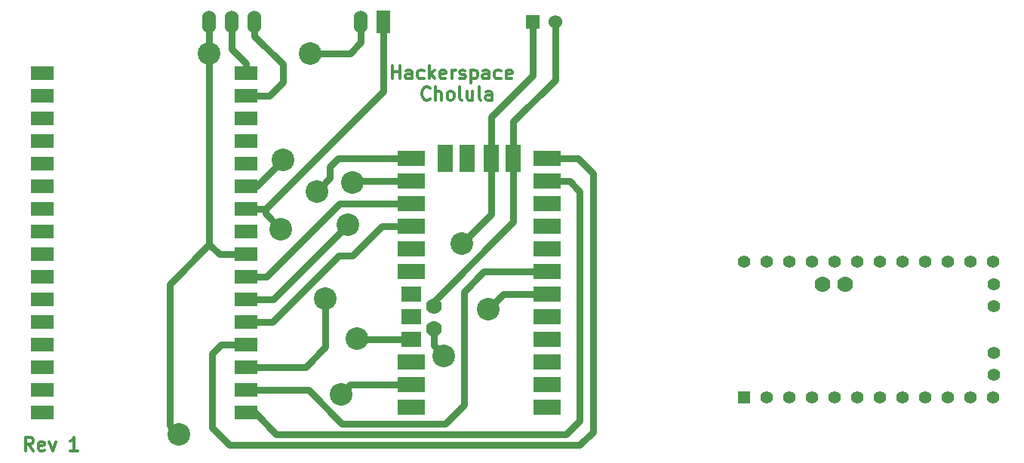
<source format=gtl>
G04 (created by PCBNEW (2013-07-07 BZR 4022)-stable) date 16/12/2014 09:46:14*
%MOIN*%
G04 Gerber Fmt 3.4, Leading zero omitted, Abs format*
%FSLAX34Y34*%
G01*
G70*
G90*
G04 APERTURE LIST*
%ADD10C,0.00590551*%
%ADD11C,0.011811*%
%ADD12R,0.12X0.067*%
%ADD13R,0.067X0.12*%
%ADD14R,0.09X0.067*%
%ADD15C,0.07*%
%ADD16O,0.06X0.1*%
%ADD17R,0.1X0.0590551*%
%ADD18R,0.06X0.1*%
%ADD19R,0.06X0.06*%
%ADD20C,0.06*%
%ADD21R,0.055X0.055*%
%ADD22C,0.055*%
%ADD23C,0.1*%
%ADD24C,0.03*%
G04 APERTURE END LIST*
G54D10*
G54D11*
X24198Y-40396D02*
X24001Y-40115D01*
X23861Y-40396D02*
X23861Y-39805D01*
X24086Y-39805D01*
X24142Y-39834D01*
X24170Y-39862D01*
X24198Y-39918D01*
X24198Y-40002D01*
X24170Y-40059D01*
X24142Y-40087D01*
X24086Y-40115D01*
X23861Y-40115D01*
X24676Y-40368D02*
X24620Y-40396D01*
X24507Y-40396D01*
X24451Y-40368D01*
X24423Y-40312D01*
X24423Y-40087D01*
X24451Y-40030D01*
X24507Y-40002D01*
X24620Y-40002D01*
X24676Y-40030D01*
X24704Y-40087D01*
X24704Y-40143D01*
X24423Y-40199D01*
X24901Y-40002D02*
X25042Y-40396D01*
X25182Y-40002D01*
X26167Y-40396D02*
X25829Y-40396D01*
X25998Y-40396D02*
X25998Y-39805D01*
X25942Y-39890D01*
X25885Y-39946D01*
X25829Y-39974D01*
X40044Y-23959D02*
X40044Y-23368D01*
X40044Y-23650D02*
X40382Y-23650D01*
X40382Y-23959D02*
X40382Y-23368D01*
X40916Y-23959D02*
X40916Y-23650D01*
X40888Y-23593D01*
X40832Y-23565D01*
X40719Y-23565D01*
X40663Y-23593D01*
X40916Y-23931D02*
X40860Y-23959D01*
X40719Y-23959D01*
X40663Y-23931D01*
X40635Y-23875D01*
X40635Y-23818D01*
X40663Y-23762D01*
X40719Y-23734D01*
X40860Y-23734D01*
X40916Y-23706D01*
X41451Y-23931D02*
X41394Y-23959D01*
X41282Y-23959D01*
X41226Y-23931D01*
X41197Y-23903D01*
X41169Y-23847D01*
X41169Y-23678D01*
X41197Y-23622D01*
X41226Y-23593D01*
X41282Y-23565D01*
X41394Y-23565D01*
X41451Y-23593D01*
X41704Y-23959D02*
X41704Y-23368D01*
X41760Y-23734D02*
X41929Y-23959D01*
X41929Y-23565D02*
X41704Y-23790D01*
X42407Y-23931D02*
X42350Y-23959D01*
X42238Y-23959D01*
X42182Y-23931D01*
X42154Y-23875D01*
X42154Y-23650D01*
X42182Y-23593D01*
X42238Y-23565D01*
X42350Y-23565D01*
X42407Y-23593D01*
X42435Y-23650D01*
X42435Y-23706D01*
X42154Y-23762D01*
X42688Y-23959D02*
X42688Y-23565D01*
X42688Y-23678D02*
X42716Y-23622D01*
X42744Y-23593D01*
X42800Y-23565D01*
X42857Y-23565D01*
X43025Y-23931D02*
X43082Y-23959D01*
X43194Y-23959D01*
X43250Y-23931D01*
X43278Y-23875D01*
X43278Y-23847D01*
X43250Y-23790D01*
X43194Y-23762D01*
X43110Y-23762D01*
X43053Y-23734D01*
X43025Y-23678D01*
X43025Y-23650D01*
X43053Y-23593D01*
X43110Y-23565D01*
X43194Y-23565D01*
X43250Y-23593D01*
X43532Y-23565D02*
X43532Y-24156D01*
X43532Y-23593D02*
X43588Y-23565D01*
X43700Y-23565D01*
X43757Y-23593D01*
X43785Y-23622D01*
X43813Y-23678D01*
X43813Y-23847D01*
X43785Y-23903D01*
X43757Y-23931D01*
X43700Y-23959D01*
X43588Y-23959D01*
X43532Y-23931D01*
X44319Y-23959D02*
X44319Y-23650D01*
X44291Y-23593D01*
X44235Y-23565D01*
X44122Y-23565D01*
X44066Y-23593D01*
X44319Y-23931D02*
X44263Y-23959D01*
X44122Y-23959D01*
X44066Y-23931D01*
X44038Y-23875D01*
X44038Y-23818D01*
X44066Y-23762D01*
X44122Y-23734D01*
X44263Y-23734D01*
X44319Y-23706D01*
X44853Y-23931D02*
X44797Y-23959D01*
X44685Y-23959D01*
X44628Y-23931D01*
X44600Y-23903D01*
X44572Y-23847D01*
X44572Y-23678D01*
X44600Y-23622D01*
X44628Y-23593D01*
X44685Y-23565D01*
X44797Y-23565D01*
X44853Y-23593D01*
X45331Y-23931D02*
X45275Y-23959D01*
X45163Y-23959D01*
X45106Y-23931D01*
X45078Y-23875D01*
X45078Y-23650D01*
X45106Y-23593D01*
X45163Y-23565D01*
X45275Y-23565D01*
X45331Y-23593D01*
X45359Y-23650D01*
X45359Y-23706D01*
X45078Y-23762D01*
X41718Y-24848D02*
X41690Y-24876D01*
X41605Y-24904D01*
X41549Y-24904D01*
X41465Y-24876D01*
X41408Y-24820D01*
X41380Y-24763D01*
X41352Y-24651D01*
X41352Y-24566D01*
X41380Y-24454D01*
X41408Y-24398D01*
X41465Y-24341D01*
X41549Y-24313D01*
X41605Y-24313D01*
X41690Y-24341D01*
X41718Y-24370D01*
X41971Y-24904D02*
X41971Y-24313D01*
X42224Y-24904D02*
X42224Y-24595D01*
X42196Y-24538D01*
X42140Y-24510D01*
X42055Y-24510D01*
X41999Y-24538D01*
X41971Y-24566D01*
X42589Y-24904D02*
X42533Y-24876D01*
X42505Y-24848D01*
X42477Y-24791D01*
X42477Y-24623D01*
X42505Y-24566D01*
X42533Y-24538D01*
X42589Y-24510D01*
X42674Y-24510D01*
X42730Y-24538D01*
X42758Y-24566D01*
X42786Y-24623D01*
X42786Y-24791D01*
X42758Y-24848D01*
X42730Y-24876D01*
X42674Y-24904D01*
X42589Y-24904D01*
X43124Y-24904D02*
X43068Y-24876D01*
X43039Y-24820D01*
X43039Y-24313D01*
X43602Y-24510D02*
X43602Y-24904D01*
X43349Y-24510D02*
X43349Y-24820D01*
X43377Y-24876D01*
X43433Y-24904D01*
X43517Y-24904D01*
X43574Y-24876D01*
X43602Y-24848D01*
X43967Y-24904D02*
X43911Y-24876D01*
X43883Y-24820D01*
X43883Y-24313D01*
X44446Y-24904D02*
X44446Y-24595D01*
X44417Y-24538D01*
X44361Y-24510D01*
X44249Y-24510D01*
X44192Y-24538D01*
X44446Y-24876D02*
X44389Y-24904D01*
X44249Y-24904D01*
X44192Y-24876D01*
X44164Y-24820D01*
X44164Y-24763D01*
X44192Y-24707D01*
X44249Y-24679D01*
X44389Y-24679D01*
X44446Y-24651D01*
G54D12*
X46897Y-38488D03*
X46897Y-37488D03*
X46897Y-36488D03*
X46897Y-35488D03*
X46897Y-34488D03*
X46897Y-33488D03*
X46897Y-32488D03*
X46897Y-31488D03*
X46897Y-30488D03*
X46897Y-29488D03*
X46897Y-28488D03*
X46897Y-27488D03*
G54D13*
X45405Y-27460D03*
X44421Y-27460D03*
X43374Y-27460D03*
X42389Y-27460D03*
G54D12*
X40897Y-27488D03*
X40897Y-28488D03*
X40897Y-29488D03*
X40897Y-30488D03*
X40897Y-31488D03*
X40897Y-32488D03*
G54D14*
X40897Y-33488D03*
X40897Y-34488D03*
X40897Y-35488D03*
G54D12*
X40897Y-36488D03*
X40897Y-37488D03*
X40897Y-38488D03*
G54D15*
X41877Y-35008D03*
X41877Y-34008D03*
G54D16*
X33972Y-21456D03*
X32972Y-21456D03*
X31972Y-21456D03*
G54D17*
X24606Y-23720D03*
X24606Y-24720D03*
X24606Y-25720D03*
X24606Y-26720D03*
X24606Y-27720D03*
X24606Y-28720D03*
X24606Y-29720D03*
X24606Y-30720D03*
X24606Y-31720D03*
X24606Y-32720D03*
X24606Y-33720D03*
X24606Y-34720D03*
X24606Y-35720D03*
X24606Y-36720D03*
X24606Y-37720D03*
X24606Y-38720D03*
X33606Y-38720D03*
X33606Y-37720D03*
X33606Y-36720D03*
X33606Y-35720D03*
X33606Y-34720D03*
X33606Y-33720D03*
X33606Y-32720D03*
X33606Y-31720D03*
X33606Y-30720D03*
X33606Y-29720D03*
X33606Y-28720D03*
X33606Y-27720D03*
X33606Y-26720D03*
X33606Y-25720D03*
X33606Y-24720D03*
X33606Y-23720D03*
G54D18*
X39673Y-21456D03*
G54D16*
X38673Y-21456D03*
G54D19*
X46251Y-21456D03*
G54D20*
X47251Y-21456D03*
G54D21*
X55600Y-38040D03*
G54D22*
X56600Y-38040D03*
X57600Y-38040D03*
X58600Y-38040D03*
X59600Y-38040D03*
X60600Y-38040D03*
X61600Y-38040D03*
X62600Y-38040D03*
X63600Y-38040D03*
X64600Y-38040D03*
X65600Y-38040D03*
X66600Y-38040D03*
X66627Y-37047D03*
X66627Y-36063D03*
X66627Y-34016D03*
X66627Y-33032D03*
X66600Y-32040D03*
X65600Y-32040D03*
X64600Y-32040D03*
X63600Y-32040D03*
X62600Y-32040D03*
X61600Y-32040D03*
X60600Y-32040D03*
X59600Y-32040D03*
X58600Y-32040D03*
X57600Y-32040D03*
X56600Y-32040D03*
X55600Y-32040D03*
G54D15*
X59068Y-33032D03*
X60052Y-33032D03*
G54D23*
X35137Y-30610D03*
X38484Y-35433D03*
X43140Y-31240D03*
X42320Y-36200D03*
X30610Y-39665D03*
X37795Y-37893D03*
X31972Y-22834D03*
X36417Y-22834D03*
X36712Y-28937D03*
X37106Y-33661D03*
X38287Y-28543D03*
X38090Y-30413D03*
X35236Y-27559D03*
X44291Y-34153D03*
G54D24*
X40897Y-35488D02*
X38539Y-35488D01*
X34452Y-29925D02*
X34452Y-29720D01*
X35137Y-30610D02*
X34452Y-29925D01*
X38539Y-35488D02*
X38484Y-35433D01*
X33606Y-29720D02*
X34452Y-29720D01*
X39673Y-24500D02*
X39673Y-21456D01*
X34452Y-29720D02*
X39673Y-24500D01*
X41877Y-35008D02*
X41877Y-35757D01*
X44421Y-29958D02*
X44421Y-27460D01*
X43140Y-31240D02*
X44421Y-29958D01*
X41877Y-35757D02*
X42320Y-36200D01*
X44421Y-27460D02*
X44421Y-25657D01*
X46251Y-23826D02*
X46251Y-21456D01*
X44421Y-25657D02*
X46251Y-23826D01*
X41877Y-34008D02*
X41877Y-33802D01*
X45405Y-30274D02*
X45405Y-27460D01*
X41877Y-33802D02*
X45405Y-30274D01*
X45405Y-27460D02*
X45405Y-25854D01*
X47251Y-24007D02*
X47251Y-21456D01*
X45405Y-25854D02*
X47251Y-24007D01*
X40897Y-37488D02*
X38200Y-37488D01*
X30216Y-33039D02*
X31972Y-31283D01*
X30216Y-39271D02*
X30216Y-33039D01*
X30610Y-39665D02*
X30216Y-39271D01*
X38200Y-37488D02*
X37795Y-37893D01*
X38673Y-21456D02*
X38673Y-22350D01*
X38188Y-22834D02*
X38673Y-22350D01*
X36417Y-22834D02*
X38188Y-22834D01*
X33606Y-31720D02*
X32409Y-31720D01*
X31972Y-31283D02*
X31972Y-22834D01*
X31972Y-22834D02*
X31972Y-21456D01*
X32409Y-31720D02*
X31972Y-31283D01*
X33606Y-24720D02*
X34629Y-24720D01*
X33972Y-22062D02*
X33972Y-21456D01*
X35236Y-23326D02*
X33972Y-22062D01*
X35236Y-24114D02*
X35236Y-23326D01*
X34629Y-24720D02*
X35236Y-24114D01*
X33606Y-36720D02*
X36212Y-36720D01*
X37669Y-27488D02*
X40897Y-27488D01*
X37303Y-27854D02*
X37669Y-27488D01*
X37303Y-28346D02*
X37303Y-27854D01*
X36712Y-28937D02*
X37303Y-28346D01*
X37106Y-35826D02*
X37106Y-33661D01*
X36212Y-36720D02*
X37106Y-35826D01*
X33606Y-32720D02*
X34503Y-32720D01*
X37736Y-29488D02*
X40897Y-29488D01*
X34503Y-32720D02*
X37736Y-29488D01*
X42125Y-39215D02*
X42379Y-39215D01*
X44086Y-32488D02*
X45759Y-32488D01*
X43208Y-33366D02*
X44086Y-32488D01*
X43208Y-38385D02*
X43208Y-33366D01*
X42379Y-39215D02*
X43208Y-38385D01*
X33606Y-37720D02*
X36342Y-37720D01*
X45759Y-32488D02*
X46897Y-32488D01*
X37837Y-39215D02*
X42125Y-39215D01*
X36342Y-37720D02*
X37837Y-39215D01*
X33606Y-38720D02*
X33996Y-38720D01*
X47877Y-28488D02*
X46897Y-28488D01*
X48326Y-28937D02*
X47877Y-28488D01*
X48326Y-39074D02*
X48326Y-28937D01*
X47736Y-39665D02*
X48326Y-39074D01*
X34940Y-39665D02*
X47736Y-39665D01*
X33996Y-38720D02*
X34940Y-39665D01*
X33606Y-34720D02*
X34767Y-34720D01*
X39590Y-30488D02*
X40897Y-30488D01*
X38287Y-31791D02*
X39590Y-30488D01*
X37696Y-31791D02*
X38287Y-31791D01*
X34767Y-34720D02*
X37696Y-31791D01*
X33606Y-33720D02*
X34783Y-33720D01*
X38342Y-28488D02*
X40897Y-28488D01*
X38287Y-28543D02*
X38342Y-28488D01*
X34783Y-33720D02*
X38090Y-30413D01*
X46897Y-33488D02*
X44956Y-33488D01*
X34074Y-28720D02*
X33606Y-28720D01*
X35236Y-27559D02*
X34074Y-28720D01*
X44956Y-33488D02*
X44291Y-34153D01*
X33606Y-23720D02*
X33606Y-23271D01*
X32972Y-22637D02*
X32972Y-21456D01*
X33606Y-23271D02*
X32972Y-22637D01*
X46897Y-27488D02*
X48255Y-27488D01*
X32488Y-35720D02*
X33606Y-35720D01*
X32086Y-36122D02*
X32488Y-35720D01*
X32086Y-39370D02*
X32086Y-36122D01*
X32874Y-40157D02*
X32086Y-39370D01*
X48326Y-40157D02*
X32874Y-40157D01*
X48917Y-39566D02*
X48326Y-40157D01*
X48917Y-28149D02*
X48917Y-39566D01*
X48255Y-27488D02*
X48917Y-28149D01*
M02*

</source>
